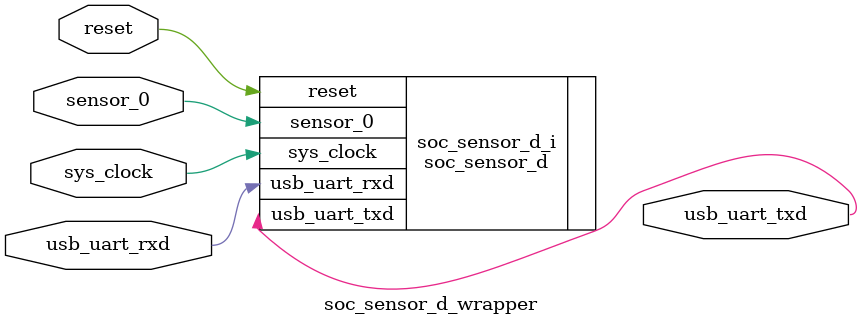
<source format=v>
`timescale 1 ps / 1 ps

module soc_sensor_d_wrapper
   (reset,
    sensor_0,
    sys_clock,
    usb_uart_rxd,
    usb_uart_txd);
  input reset;
  input sensor_0;
  input sys_clock;
  input usb_uart_rxd;
  output usb_uart_txd;

  wire reset;
  wire sensor_0;
  wire sys_clock;
  wire usb_uart_rxd;
  wire usb_uart_txd;

  soc_sensor_d soc_sensor_d_i
       (.reset(reset),
        .sensor_0(sensor_0),
        .sys_clock(sys_clock),
        .usb_uart_rxd(usb_uart_rxd),
        .usb_uart_txd(usb_uart_txd));
endmodule

</source>
